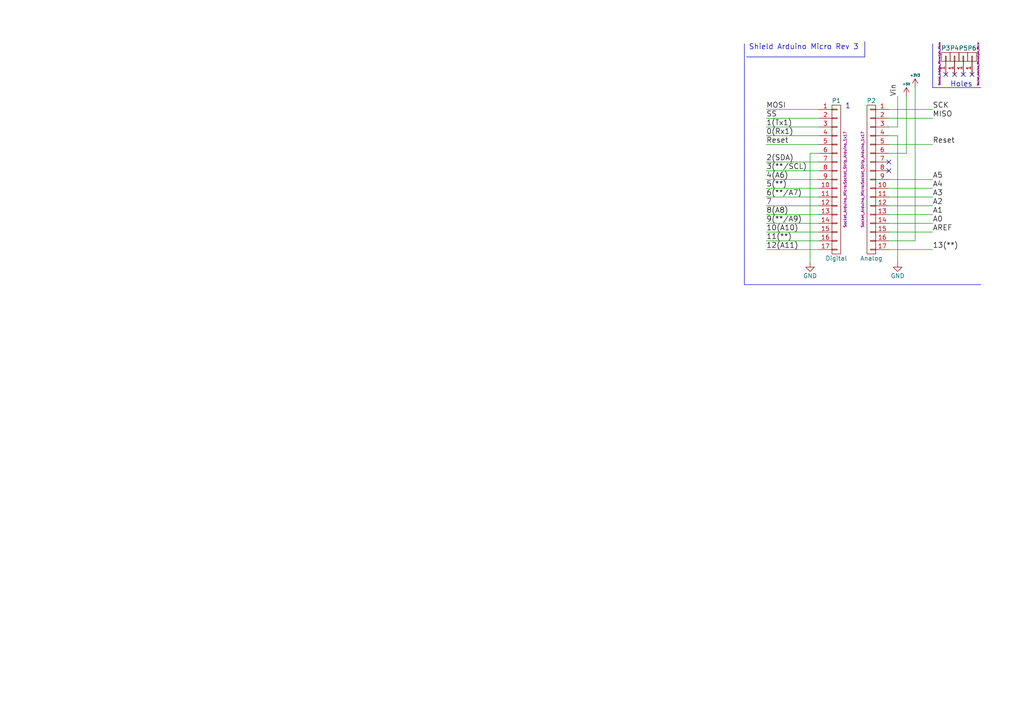
<source format=kicad_sch>
(kicad_sch (version 20230121) (generator eeschema)
  (paper "A4")
  (title_block (date "sam. 04 avril 2015"))
  (lib_symbols
    (symbol "Arduino_Micro-rescue:+3.3V" (power) (pin_names (offset 0))
      (property "Value" "+3.3V" (at 0 3.556 0))
      (symbol "+3.3V_0_1"
        (polyline (pts (xy -0.762 1.27) (xy 0 2.54)))
        (polyline (pts (xy 0 0) (xy 0 2.54)))
        (polyline (pts (xy 0 2.54) (xy 0.762 1.27)))
      )
      (symbol "+3.3V_1_1"
        (pin power_in line (at 0 0 90) (length 0) hide (name "+3V3") (number "1"))
      )
    )
    (symbol "Arduino_Micro-rescue:+5V" (power) (pin_names (offset 0))
      (property "Value" "+5V" (at 0 3.556 0))
      (symbol "+5V_0_1"
        (polyline (pts (xy -0.762 1.27) (xy 0 2.54)))
        (polyline (pts (xy 0 0) (xy 0 2.54)))
        (polyline (pts (xy 0 2.54) (xy 0.762 1.27)))
      )
      (symbol "+5V_1_1"
        (pin power_in line (at 0 0 90) (length 0) hide (name "+5V") (number "1"))
      )
    )
    (symbol "Arduino_Micro-rescue:CONN_01X01" (pin_names (offset 1.016) hide)
      (property "Reference" "P" (at 0 2.54 0))
      (property "Value" "CONN_01X01" (at 2.54 0 90))
      (symbol "CONN_01X01_0_1"
        (rectangle (start -1.27 0.127) (end 0.254 -0.127))
        (rectangle (start -1.27 1.27) (end 1.27 -1.27))
      )
      (symbol "CONN_01X01_1_1"
        (pin passive line (at -5.08 0 0) (length 3.81) (name "P1") (number "1"))
      )
    )
    (symbol "Arduino_Micro-rescue:CONN_01X17" (pin_names (offset 1.016) hide)
      (property "Reference" "P" (at 0 22.86 0))
      (property "Value" "CONN_01X17" (at 2.54 0 90))
      (symbol "CONN_01X17_0_1"
        (rectangle (start -1.27 -20.193) (end 0.254 -20.447))
        (rectangle (start -1.27 -17.653) (end 0.254 -17.907))
        (rectangle (start -1.27 -15.113) (end 0.254 -15.367))
        (rectangle (start -1.27 -12.573) (end 0.254 -12.827))
        (rectangle (start -1.27 -10.033) (end 0.254 -10.287))
        (rectangle (start -1.27 -7.493) (end 0.254 -7.747))
        (rectangle (start -1.27 -4.953) (end 0.254 -5.207))
        (rectangle (start -1.27 -2.413) (end 0.254 -2.667))
        (rectangle (start -1.27 0.127) (end 0.254 -0.127))
        (rectangle (start -1.27 2.667) (end 0.254 2.413))
        (rectangle (start -1.27 5.207) (end 0.254 4.953))
        (rectangle (start -1.27 7.747) (end 0.254 7.493))
        (rectangle (start -1.27 10.287) (end 0.254 10.033))
        (rectangle (start -1.27 12.827) (end 0.254 12.573))
        (rectangle (start -1.27 15.367) (end 0.254 15.113))
        (rectangle (start -1.27 17.907) (end 0.254 17.653))
        (rectangle (start -1.27 20.447) (end 0.254 20.193))
        (rectangle (start -1.27 21.59) (end 1.27 -21.59))
      )
      (symbol "CONN_01X17_1_1"
        (pin passive line (at -5.08 20.32 0) (length 3.81) (name "P1") (number "1"))
        (pin passive line (at -5.08 -2.54 0) (length 3.81) (name "P10") (number "10"))
        (pin passive line (at -5.08 -5.08 0) (length 3.81) (name "P11") (number "11"))
        (pin passive line (at -5.08 -7.62 0) (length 3.81) (name "P12") (number "12"))
        (pin passive line (at -5.08 -10.16 0) (length 3.81) (name "P13") (number "13"))
        (pin passive line (at -5.08 -12.7 0) (length 3.81) (name "P14") (number "14"))
        (pin passive line (at -5.08 -15.24 0) (length 3.81) (name "P15") (number "15"))
        (pin passive line (at -5.08 -17.78 0) (length 3.81) (name "P16") (number "16"))
        (pin passive line (at -5.08 -20.32 0) (length 3.81) (name "P17") (number "17"))
        (pin passive line (at -5.08 17.78 0) (length 3.81) (name "P2") (number "2"))
        (pin passive line (at -5.08 15.24 0) (length 3.81) (name "P3") (number "3"))
        (pin passive line (at -5.08 12.7 0) (length 3.81) (name "P4") (number "4"))
        (pin passive line (at -5.08 10.16 0) (length 3.81) (name "P5") (number "5"))
        (pin passive line (at -5.08 7.62 0) (length 3.81) (name "P6") (number "6"))
        (pin passive line (at -5.08 5.08 0) (length 3.81) (name "P7") (number "7"))
        (pin passive line (at -5.08 2.54 0) (length 3.81) (name "P8") (number "8"))
        (pin passive line (at -5.08 0 0) (length 3.81) (name "P9") (number "9"))
      )
    )
    (symbol "Arduino_Micro-rescue:GND" (power) (pin_names (offset 0))
      (property "Value" "GND" (at 0 -3.81 0))
      (symbol "GND_0_1"
        (polyline (pts (xy 0 0) (xy 0 -1.27) (xy 1.27 -1.27) (xy 0 -2.54) (xy -1.27 -1.27) (xy 0 -1.27)))
      )
      (symbol "GND_1_1"
        (pin power_in line (at 0 0 270) (length 0) hide (name "GND") (number "1"))
      )
    )
  )
  (no_connect (at 279.4 21.59))
  (no_connect (at 281.94 21.59))
  (no_connect (at 257.81 49.53))
  (no_connect (at 276.86 21.59))
  (no_connect (at 257.81 46.99))
  (no_connect (at 274.32 21.59))
  (wire (pts (xy 222.25 52.07) (xy 237.49 52.07)))
  (wire (pts (xy 222.25 59.69) (xy 237.49 59.69)))
  (wire (pts (xy 237.49 44.45) (xy 234.95 44.45)))
  (polyline (pts (xy 215.9 12.7) (xy 215.9 82.55)))
  (polyline (pts (xy 215.9 82.55) (xy 284.48 82.55)))
  (wire (pts (xy 222.25 41.91) (xy 237.49 41.91)))
  (wire (pts (xy 222.25 69.85) (xy 237.49 69.85)))
  (wire (pts (xy 265.43 69.85) (xy 257.81 69.85)))
  (wire (pts (xy 257.81 36.83) (xy 260.35 36.83)))
  (wire (pts (xy 260.35 39.37) (xy 260.35 76.2)))
  (wire (pts (xy 222.25 36.83) (xy 237.49 36.83)))
  (wire (pts (xy 222.25 67.31) (xy 237.49 67.31)))
  (wire (pts (xy 260.35 36.83) (xy 260.35 27.94)))
  (wire (pts (xy 257.81 44.45) (xy 262.89 44.45)))
  (wire (pts (xy 270.51 72.39) (xy 257.81 72.39)))
  (wire (pts (xy 222.25 62.23) (xy 237.49 62.23)))
  (wire (pts (xy 222.25 46.99) (xy 237.49 46.99)))
  (wire (pts (xy 222.25 54.61) (xy 237.49 54.61)))
  (wire (pts (xy 270.51 64.77) (xy 257.81 64.77)))
  (polyline (pts (xy 216.535 16.51) (xy 250.825 16.51)))
  (wire (pts (xy 222.25 64.77) (xy 237.49 64.77)))
  (wire (pts (xy 270.51 41.91) (xy 257.81 41.91)))
  (polyline (pts (xy 270.51 25.4) (xy 270.51 12.7)))
  (wire (pts (xy 270.51 57.15) (xy 257.81 57.15)))
  (wire (pts (xy 270.51 52.07) (xy 257.81 52.07)))
  (wire (pts (xy 222.25 31.75) (xy 237.49 31.75)))
  (wire (pts (xy 265.43 25.4) (xy 265.43 69.85)))
  (wire (pts (xy 234.95 44.45) (xy 234.95 76.2)))
  (polyline (pts (xy 284.48 25.4) (xy 270.51 25.4)))
  (wire (pts (xy 222.25 57.15) (xy 237.49 57.15)))
  (wire (pts (xy 222.25 39.37) (xy 237.49 39.37)))
  (wire (pts (xy 222.25 49.53) (xy 237.49 49.53)))
  (wire (pts (xy 257.81 62.23) (xy 270.51 62.23)))
  (wire (pts (xy 257.81 34.29) (xy 270.51 34.29)))
  (wire (pts (xy 262.89 44.45) (xy 262.89 27.94)))
  (polyline (pts (xy 250.825 16.51) (xy 250.825 12.065)))
  (wire (pts (xy 257.81 39.37) (xy 260.35 39.37)))
  (wire (pts (xy 257.81 54.61) (xy 270.51 54.61)))
  (wire (pts (xy 257.81 67.31) (xy 270.51 67.31)))
  (wire (pts (xy 222.25 34.29) (xy 237.49 34.29)))
  (wire (pts (xy 222.25 72.39) (xy 237.49 72.39)))
  (wire (pts (xy 270.51 59.69) (xy 257.81 59.69)))
  (wire (pts (xy 270.51 31.75) (xy 257.81 31.75)))
  (text "1" (at 245.11 31.75 0) (effects (font (size 1.524 1.524)) (justify left bottom)))
  (text "Shield Arduino Micro Rev 3" (at 217.17 14.605 0) (effects (font (size 1.524 1.524)) (justify left bottom)))
  (text "Holes" (at 275.59 25.4 0) (effects (font (size 1.524 1.524)) (justify left bottom)))
  (label "A0" (at 270.51 64.77 0) (effects (font (size 1.524 1.524))))
  (label "SS" (at 222.25 34.29 0) (effects (font (size 1.524 1.524))))
  (label "A3" (at 270.51 57.15 0) (effects (font (size 1.524 1.524))))
  (label "2(SDA)" (at 222.25 46.99 0) (effects (font (size 1.524 1.524))))
  (label "4(A6)" (at 222.25 52.07 0) (effects (font (size 1.524 1.524))))
  (label "Vin" (at 260.35 27.94 90) (effects (font (size 1.524 1.524))))
  (label "5(**)" (at 222.25 54.61 0) (effects (font (size 1.524 1.524))))
  (label "3(**/SCL)" (at 222.25 49.53 0) (effects (font (size 1.524 1.524))))
  (label "6(**/A7)" (at 222.25 57.15 0) (effects (font (size 1.524 1.524))))
  (label "AREF" (at 270.51 67.31 0) (effects (font (size 1.524 1.524))))
  (label "A1" (at 270.51 62.23 0) (effects (font (size 1.524 1.524))))
  (label "Reset" (at 222.25 41.91 0) (effects (font (size 1.524 1.524))))
  (label "A4" (at 270.51 54.61 0) (effects (font (size 1.524 1.524))))
  (label "MISO" (at 270.51 34.29 0) (effects (font (size 1.524 1.524))))
  (label "12(A11)" (at 222.25 72.39 0) (effects (font (size 1.524 1.524))))
  (label "13(**)" (at 270.51 72.39 0) (effects (font (size 1.524 1.524))))
  (label "A2" (at 270.51 59.69 0) (effects (font (size 1.524 1.524))))
  (label "1(Tx1)" (at 222.25 36.83 0) (effects (font (size 1.524 1.524))))
  (label "7" (at 222.25 59.69 0) (effects (font (size 1.524 1.524))))
  (label "A5" (at 270.51 52.07 0) (effects (font (size 1.524 1.524))))
  (label "SCK" (at 270.51 31.75 0) (effects (font (size 1.524 1.524))))
  (label "10(A10)" (at 222.25 67.31 0) (effects (font (size 1.524 1.524))))
  (label "0(Rx1)" (at 222.25 39.37 0) (effects (font (size 1.524 1.524))))
  (label "8(A8)" (at 222.25 62.23 0) (effects (font (size 1.524 1.524))))
  (label "9(**/A9)" (at 222.25 64.77 0) (effects (font (size 1.524 1.524))))
  (label "11(**)" (at 222.25 69.85 0) (effects (font (size 1.524 1.524))))
  (label "Reset" (at 270.51 41.91 0) (effects (font (size 1.524 1.524))))
  (label "MOSI" (at 222.25 31.75 0) (effects (font (size 1.524 1.524))))
  (symbol (lib_id "Arduino_Micro-rescue:CONN_01X17") (at 242.57 52.07 0) (unit 1)
    (property "Reference" "P1" (at 242.57 29.21 0))
    (property "Value" "Digital" (at 242.57 74.93 0))
    (property "Footprint" "Socket_Arduino_Micro:Socket_Strip_Arduino_1x17" (at 245.11 52.07 90) (effects (font (size 0.762 0.762))))
  )
  (symbol (lib_id "Arduino_Micro-rescue:CONN_01X17") (at 252.73 52.07 0) (mirror y) (unit 1)
    (property "Reference" "P2" (at 252.73 29.21 0))
    (property "Value" "Analog" (at 252.73 74.93 0))
    (property "Footprint" "Socket_Arduino_Micro:Socket_Strip_Arduino_1x17" (at 250.19 52.07 90) (effects (font (size 0.762 0.762))))
  )
  (symbol (lib_id "Arduino_Micro-rescue:GND") (at 234.95 76.2 0) (unit 1)
    (property "Reference" "#PWR01" (effects hide))
    (property "Value" "GND" (at 234.95 80.01 0))
  )
  (symbol (lib_id "Arduino_Micro-rescue:+5V") (at 262.89 27.94 0) (unit 1)
    (property "Reference" "#PWR02" (effects hide))
    (property "Value" "+5V" (at 262.89 24.384 0) (effects (font (size 0.7112 0.7112))))
  )
  (symbol (lib_id "Arduino_Micro-rescue:GND") (at 260.35 76.2 0) (unit 1)
    (property "Reference" "#PWR03" (effects hide))
    (property "Value" "GND" (at 260.35 80.01 0))
  )
  (symbol (lib_id "Arduino_Micro-rescue:+3.3V") (at 265.43 25.4 0) (unit 1)
    (property "Reference" "#PWR04" (effects hide))
    (property "Value" "+3.3V" (at 265.43 21.844 0) (effects (font (size 0.7112 0.7112))))
  )
  (symbol (lib_id "Arduino_Micro-rescue:CONN_01X01") (at 274.32 16.51 90) (unit 1)
    (property "Reference" "P3" (at 274.32 13.97 90))
    (property "Value" "CONN_01X01" (effects hide))
    (property "Footprint" "Socket_Arduino_Micro:1pin_Micro" (at 272.4912 18.4912 0) (effects (font (size 0.508 0.508))))
  )
  (symbol (lib_id "Arduino_Micro-rescue:CONN_01X01") (at 276.86 16.51 90) (unit 1)
    (property "Reference" "P4" (at 276.86 13.97 90))
    (property "Value" "CONN_01X01" (effects hide))
    (property "Footprint" "Socket_Arduino_Micro:1pin_Micro" (effects hide))
  )
  (symbol (lib_id "Arduino_Micro-rescue:CONN_01X01") (at 279.4 16.51 90) (unit 1)
    (property "Reference" "P5" (at 279.4 13.97 90))
    (property "Value" "CONN_01X01" (effects hide))
    (property "Footprint" "Socket_Arduino_Micro:1pin_Micro" (effects hide))
  )
  (symbol (lib_id "Arduino_Micro-rescue:CONN_01X01") (at 281.94 16.51 90) (unit 1)
    (property "Reference" "P6" (at 281.94 13.97 90))
    (property "Value" "CONN_01X01" (effects hide))
    (property "Footprint" "Socket_Arduino_Micro:1pin_Micro" (at 283.6926 18.5674 0) (effects (font (size 0.508 0.508))))
  )
)
</source>
